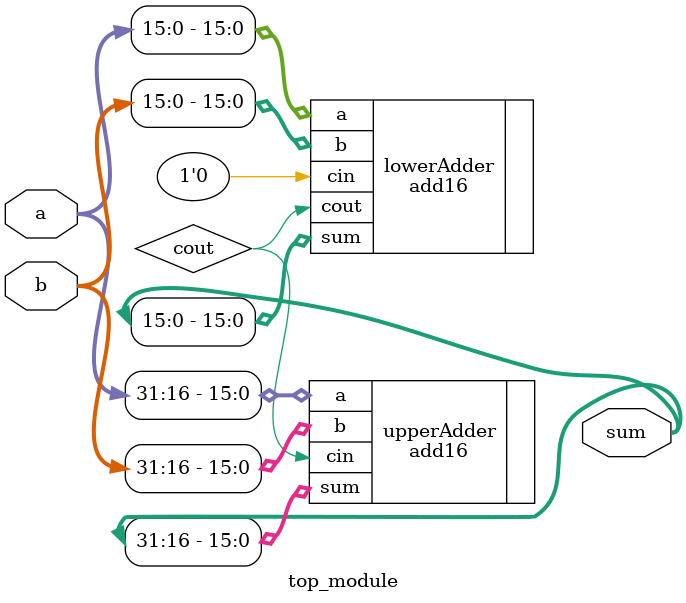
<source format=v>
module add1 ( input a, input b, input cin,   output sum, output cout );
  assign sum = cin ^ (a ^ b);
  assign cout = ((a & b) | (cin & (a ^ b)) );
endmodule

module top_module (
  input [31:0] a,
  input [31:0] b,
  output [31:0] sum
);

  wire cout;
  
  add16 lowerAdder(.a(a[15:0]), .b(b[15:0]), .cin(1'b0), .sum(sum[15:0]), .cout(cout));
  add16 upperAdder(.a(a[31:16]), .b(b[31:16]), .cin(cout), .sum(sum[31:16]));

endmodule
</source>
